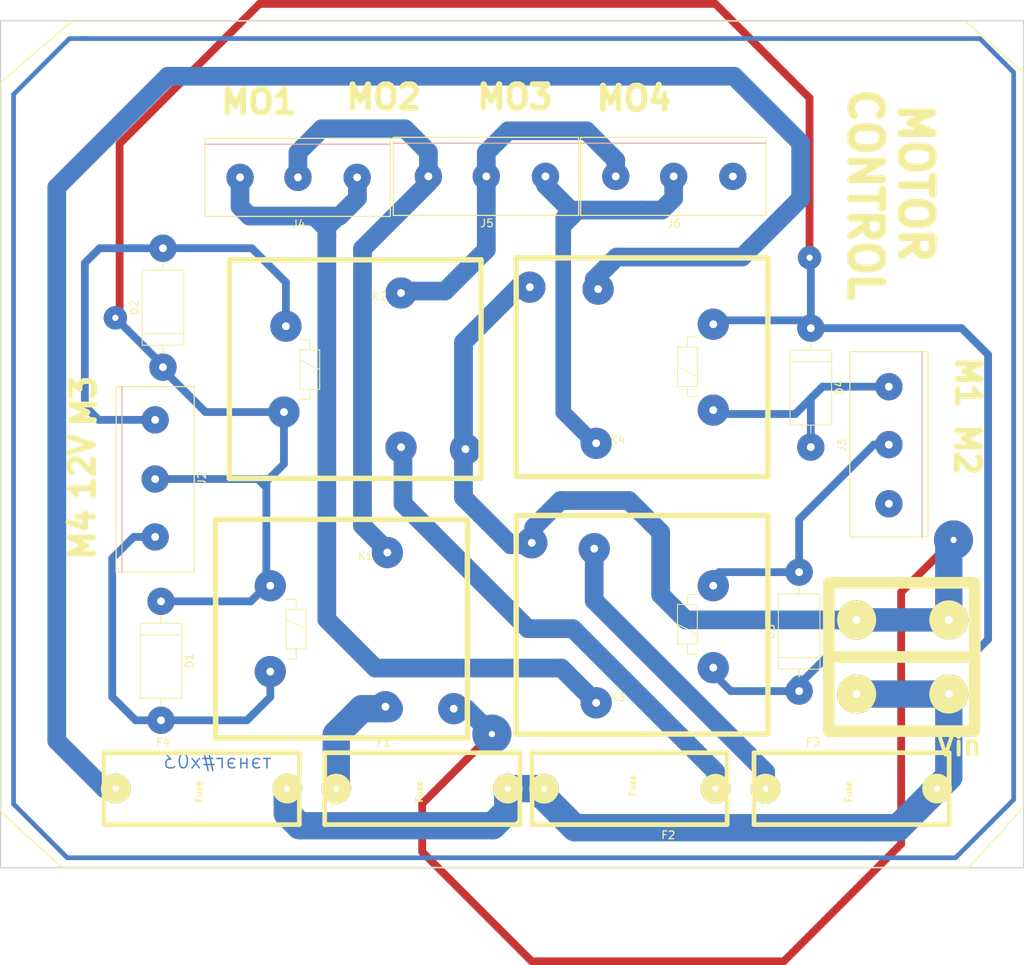
<source format=kicad_pcb>
(kicad_pcb (version 20171130) (host pcbnew "(5.0.2)-1")

  (general
    (thickness 1.6)
    (drawings 28)
    (tracks 194)
    (zones 0)
    (modules 18)
    (nets 16)
  )

  (page A4)
  (layers
    (0 F.Cu signal)
    (31 B.Cu signal)
    (32 B.Adhes user)
    (33 F.Adhes user)
    (34 B.Paste user)
    (35 F.Paste user)
    (36 B.SilkS user)
    (37 F.SilkS user)
    (38 B.Mask user)
    (39 F.Mask user)
    (40 Dwgs.User user)
    (41 Cmts.User user)
    (42 Eco1.User user)
    (43 Eco2.User user)
    (44 Edge.Cuts user)
    (45 Margin user)
    (46 B.CrtYd user)
    (47 F.CrtYd user)
    (48 B.Fab user)
    (49 F.Fab user)
  )

  (setup
    (last_trace_width 0.6)
    (user_trace_width 0.6)
    (user_trace_width 1)
    (user_trace_width 2)
    (user_trace_width 2.4)
    (user_trace_width 2.6)
    (user_trace_width 3)
    (user_trace_width 3.5)
    (user_trace_width 4)
    (trace_clearance 0.7)
    (zone_clearance 0.8)
    (zone_45_only no)
    (trace_min 0.2)
    (segment_width 0.2)
    (edge_width 0.15)
    (via_size 0.8)
    (via_drill 0.4)
    (via_min_size 0.4)
    (via_min_drill 0.3)
    (user_via 2 0.8)
    (user_via 3 0.8)
    (user_via 4 0.8)
    (user_via 5 0.8)
    (user_via 6 0.8)
    (uvia_size 0.3)
    (uvia_drill 0.1)
    (uvias_allowed no)
    (uvia_min_size 0.2)
    (uvia_min_drill 0.1)
    (pcb_text_width 0.3)
    (pcb_text_size 1.5 1.5)
    (mod_edge_width 0.15)
    (mod_text_size 1 1)
    (mod_text_width 0.15)
    (pad_size 3.5 3.5)
    (pad_drill 1)
    (pad_to_mask_clearance 0.051)
    (solder_mask_min_width 0.25)
    (aux_axis_origin 0 0)
    (visible_elements 7FFFFFFF)
    (pcbplotparams
      (layerselection 0x010fc_ffffffff)
      (usegerberextensions false)
      (usegerberattributes false)
      (usegerberadvancedattributes false)
      (creategerberjobfile false)
      (excludeedgelayer true)
      (linewidth 0.100000)
      (plotframeref false)
      (viasonmask false)
      (mode 1)
      (useauxorigin false)
      (hpglpennumber 1)
      (hpglpenspeed 20)
      (hpglpendiameter 15.000000)
      (psnegative false)
      (psa4output false)
      (plotreference true)
      (plotvalue true)
      (plotinvisibletext false)
      (padsonsilk false)
      (subtractmaskfromsilk false)
      (outputformat 1)
      (mirror false)
      (drillshape 1)
      (scaleselection 1)
      (outputdirectory ""))
  )

  (net 0 "")
  (net 1 +12V)
  (net 2 "Net-(F1-Pad2)")
  (net 3 "Net-(F2-Pad2)")
  (net 4 "Net-(F3-Pad2)")
  (net 5 "Net-(F4-Pad2)")
  (net 6 GND)
  (net 7 /o1)
  (net 8 /o4)
  (net 9 /o3)
  (net 10 /o2)
  (net 11 /m1)
  (net 12 /1)
  (net 13 /m3)
  (net 14 /m2)
  (net 15 /m4)

  (net_class Default "This is the default net class."
    (clearance 0.7)
    (trace_width 0.25)
    (via_dia 0.8)
    (via_drill 0.4)
    (uvia_dia 0.3)
    (uvia_drill 0.1)
    (add_net +12V)
    (add_net /1)
    (add_net /m1)
    (add_net /m2)
    (add_net /m3)
    (add_net /m4)
    (add_net /o1)
    (add_net /o2)
    (add_net /o3)
    (add_net /o4)
    (add_net GND)
    (add_net "Net-(F1-Pad2)")
    (add_net "Net-(F2-Pad2)")
    (add_net "Net-(F3-Pad2)")
    (add_net "Net-(F4-Pad2)")
  )

  (module modFiles:Relay_HLS_MEDIUM (layer F.Cu) (tedit 5C5AEF7E) (tstamp 5C62051F)
    (at 65.25 101)
    (descr "Relay SPDT Finder 40.31 Pitch 3.5mm, https://www.finder-relais.net/de/finder-relais-serie-40.pdf")
    (tags "Relay SPDT Finder 40.31 Pitch 3.5mm")
    (path /5C516681)
    (fp_text reference K1 (at 3.47 -9.06) (layer F.SilkS)
      (effects (font (size 1 1) (thickness 0.15)))
    )
    (fp_text value DIPxx-1Cxx-51x (at 1.692 6.18) (layer F.Fab)
      (effects (font (size 1 1) (thickness 0.15)))
    )
    (fp_line (start -6.71 -2.23) (end -5.44 -2.23) (layer F.SilkS) (width 0.12))
    (fp_line (start -6.71 2.85) (end -6.71 -2.23) (layer F.SilkS) (width 0.12))
    (fp_line (start -4.17 2.85) (end -6.71 2.85) (layer F.SilkS) (width 0.12))
    (fp_line (start -4.17 -2.23) (end -4.17 2.85) (layer F.SilkS) (width 0.12))
    (fp_line (start -5.44 -2.23) (end -4.17 -2.23) (layer F.SilkS) (width 0.12))
    (fp_line (start -5.44 -3.5) (end -5.44 -2.23) (layer F.SilkS) (width 0.12))
    (fp_line (start -6.71 -3.5) (end -5.44 -3.5) (layer F.SilkS) (width 0.12))
    (fp_line (start -5.44 4.12) (end -6.71 4.12) (layer F.SilkS) (width 0.12))
    (fp_line (start -5.44 2.85) (end -5.44 4.12) (layer F.SilkS) (width 0.12))
    (fp_line (start -6.71 -0.96) (end -4.17 0.31) (layer F.SilkS) (width 0.12))
    (fp_line (start -15.75 -13.75) (end -15.5 -13.75) (layer F.SilkS) (width 0.15))
    (fp_line (start -15.75 14.25) (end -15.75 -13.75) (layer F.SilkS) (width 0.15))
    (fp_line (start 16.5 14.25) (end -15.75 14.25) (layer F.SilkS) (width 0.15))
    (fp_line (start 16.5 -13.75) (end 16.5 14.25) (layer F.SilkS) (width 0.15))
    (fp_line (start -15.5 -13.75) (end 16.5 -13.75) (layer F.SilkS) (width 0.7))
    (fp_line (start -15.75 -13.75) (end -15 -13.75) (layer F.SilkS) (width 0.7))
    (fp_line (start -15.75 14.25) (end -15.75 -13.75) (layer F.SilkS) (width 0.7))
    (fp_line (start 16.5 14.25) (end -15.75 14.25) (layer F.SilkS) (width 0.7))
    (fp_line (start 16.5 14) (end 16.5 14.25) (layer F.SilkS) (width 0.7))
    (fp_line (start 16.5 -13.75) (end 16.5 14) (layer F.SilkS) (width 0.7))
    (pad 1 thru_hole circle (at 6 10.25) (size 4 4) (drill 1) (layers *.Cu *.Mask)
      (net 2 "Net-(F1-Pad2)"))
    (pad 14 thru_hole circle (at 14.75 10.5) (size 4 4) (drill 1) (layers *.Cu *.Mask)
      (net 6 GND))
    (pad 7 thru_hole circle (at 6.25 -9.5) (size 4 4) (drill 1) (layers *.Cu *.Mask)
      (net 7 /o1))
    (pad 6 thru_hole circle (at -8.75 5.75) (size 4 4) (drill 1) (layers *.Cu *.Mask)
      (net 15 /m4))
    (pad 2 thru_hole circle (at -8.75 -5.25) (size 4 4) (drill 1) (layers *.Cu *.Mask)
      (net 12 /1))
    (model ${KISYS3DMOD}/Relays_THT.3dshapes/Relay_SPDT_Finder_40.31.wrl
      (at (xyz 0 0 0))
      (scale (xyz 1 1 1))
      (rotate (xyz 0 0 0))
    )
  )

  (module modFiles:Relay_HLS_MEDIUM (layer F.Cu) (tedit 5C5AEF2F) (tstamp 5C62053B)
    (at 104.5 101 180)
    (descr "Relay SPDT Finder 40.31 Pitch 3.5mm, https://www.finder-relais.net/de/finder-relais-serie-40.pdf")
    (tags "Relay SPDT Finder 40.31 Pitch 3.5mm")
    (path /5C516E24)
    (fp_text reference K3 (at 3.47 -9.06 180) (layer F.SilkS)
      (effects (font (size 1 1) (thickness 0.15)))
    )
    (fp_text value DIPxx-1Cxx-51x (at 1.692 6.18 180) (layer F.Fab)
      (effects (font (size 1 1) (thickness 0.15)))
    )
    (fp_line (start -6.71 -2.23) (end -5.44 -2.23) (layer F.SilkS) (width 0.12))
    (fp_line (start -6.71 2.85) (end -6.71 -2.23) (layer F.SilkS) (width 0.12))
    (fp_line (start -4.17 2.85) (end -6.71 2.85) (layer F.SilkS) (width 0.12))
    (fp_line (start -4.17 -2.23) (end -4.17 2.85) (layer F.SilkS) (width 0.12))
    (fp_line (start -5.44 -2.23) (end -4.17 -2.23) (layer F.SilkS) (width 0.12))
    (fp_line (start -5.44 -3.5) (end -5.44 -2.23) (layer F.SilkS) (width 0.12))
    (fp_line (start -6.71 -3.5) (end -5.44 -3.5) (layer F.SilkS) (width 0.12))
    (fp_line (start -5.44 4.12) (end -6.71 4.12) (layer F.SilkS) (width 0.12))
    (fp_line (start -5.44 2.85) (end -5.44 4.12) (layer F.SilkS) (width 0.12))
    (fp_line (start -6.71 -0.96) (end -4.17 0.31) (layer F.SilkS) (width 0.12))
    (fp_line (start -15.75 -13.75) (end -15.5 -13.75) (layer F.SilkS) (width 0.15))
    (fp_line (start -15.75 14.25) (end -15.75 -13.75) (layer F.SilkS) (width 0.15))
    (fp_line (start 16.5 14.25) (end -15.75 14.25) (layer F.SilkS) (width 0.15))
    (fp_line (start 16.5 -13.75) (end 16.5 14.25) (layer F.SilkS) (width 0.15))
    (fp_line (start -15.5 -13.75) (end 16.5 -13.75) (layer F.SilkS) (width 0.7))
    (fp_line (start -15.75 -13.75) (end -15 -13.75) (layer F.SilkS) (width 0.7))
    (fp_line (start -15.75 14.25) (end -15.75 -13.75) (layer F.SilkS) (width 0.7))
    (fp_line (start 16.5 14.25) (end -15.75 14.25) (layer F.SilkS) (width 0.7))
    (fp_line (start 16.5 14) (end 16.5 14.25) (layer F.SilkS) (width 0.7))
    (fp_line (start 16.5 -13.75) (end 16.5 14) (layer F.SilkS) (width 0.7))
    (pad 1 thru_hole circle (at 6.5 10 180) (size 4 4) (drill 1) (layers *.Cu *.Mask)
      (net 4 "Net-(F3-Pad2)"))
    (pad 14 thru_hole circle (at 14.5 10.75 180) (size 4 4) (drill 1) (layers *.Cu *.Mask)
      (net 6 GND))
    (pad 7 thru_hole circle (at 6.25 -9.75 180) (size 4 4) (drill 1) (layers *.Cu *.Mask)
      (net 10 /o2))
    (pad 6 thru_hole circle (at -8.75 5.25 180) (size 4 4) (drill 1) (layers *.Cu *.Mask)
      (net 14 /m2))
    (pad 2 thru_hole circle (at -8.75 -5.25 180) (size 4 4) (drill 1) (layers *.Cu *.Mask)
      (net 12 /1))
    (model ${KISYS3DMOD}/Relays_THT.3dshapes/Relay_SPDT_Finder_40.31.wrl
      (at (xyz 0 0 0))
      (scale (xyz 1 1 1))
      (rotate (xyz 0 0 0))
    )
  )

  (module modFiles:Relay_HLS_MEDIUM (layer F.Cu) (tedit 5C5AEECB) (tstamp 5C620557)
    (at 104.5 68 180)
    (descr "Relay SPDT Finder 40.31 Pitch 3.5mm, https://www.finder-relais.net/de/finder-relais-serie-40.pdf")
    (tags "Relay SPDT Finder 40.31 Pitch 3.5mm")
    (path /5C5173DD)
    (fp_text reference K4 (at 3.47 -9.06 180) (layer F.SilkS)
      (effects (font (size 1 1) (thickness 0.15)))
    )
    (fp_text value DIPxx-1Cxx-51x (at 1.692 6.18 180) (layer F.Fab)
      (effects (font (size 1 1) (thickness 0.15)))
    )
    (fp_line (start 16.5 -13.75) (end 16.5 14) (layer F.SilkS) (width 0.7))
    (fp_line (start 16.5 14) (end 16.5 14.25) (layer F.SilkS) (width 0.7))
    (fp_line (start 16.5 14.25) (end -15.75 14.25) (layer F.SilkS) (width 0.7))
    (fp_line (start -15.75 14.25) (end -15.75 -13.75) (layer F.SilkS) (width 0.7))
    (fp_line (start -15.75 -13.75) (end -15 -13.75) (layer F.SilkS) (width 0.7))
    (fp_line (start -15.5 -13.75) (end 16.5 -13.75) (layer F.SilkS) (width 0.7))
    (fp_line (start 16.5 -13.75) (end 16.5 14.25) (layer F.SilkS) (width 0.15))
    (fp_line (start 16.5 14.25) (end -15.75 14.25) (layer F.SilkS) (width 0.15))
    (fp_line (start -15.75 14.25) (end -15.75 -13.75) (layer F.SilkS) (width 0.15))
    (fp_line (start -15.75 -13.75) (end -15.5 -13.75) (layer F.SilkS) (width 0.15))
    (fp_line (start -6.71 -0.96) (end -4.17 0.31) (layer F.SilkS) (width 0.12))
    (fp_line (start -5.44 2.85) (end -5.44 4.12) (layer F.SilkS) (width 0.12))
    (fp_line (start -5.44 4.12) (end -6.71 4.12) (layer F.SilkS) (width 0.12))
    (fp_line (start -6.71 -3.5) (end -5.44 -3.5) (layer F.SilkS) (width 0.12))
    (fp_line (start -5.44 -3.5) (end -5.44 -2.23) (layer F.SilkS) (width 0.12))
    (fp_line (start -5.44 -2.23) (end -4.17 -2.23) (layer F.SilkS) (width 0.12))
    (fp_line (start -4.17 -2.23) (end -4.17 2.85) (layer F.SilkS) (width 0.12))
    (fp_line (start -4.17 2.85) (end -6.71 2.85) (layer F.SilkS) (width 0.12))
    (fp_line (start -6.71 2.85) (end -6.71 -2.23) (layer F.SilkS) (width 0.12))
    (fp_line (start -6.71 -2.23) (end -5.44 -2.23) (layer F.SilkS) (width 0.12))
    (pad 2 thru_hole circle (at -8.75 -5.25 180) (size 4 4) (drill 1) (layers *.Cu *.Mask)
      (net 11 /m1))
    (pad 6 thru_hole circle (at -8.75 5.75 180) (size 4 4) (drill 1) (layers *.Cu *.Mask)
      (net 12 /1))
    (pad 7 thru_hole circle (at 6.25 -9.5 180) (size 4 4) (drill 1) (layers *.Cu *.Mask)
      (net 9 /o3))
    (pad 14 thru_hole circle (at 14.75 10.5 180) (size 4 4) (drill 1) (layers *.Cu *.Mask)
      (net 6 GND))
    (pad 1 thru_hole circle (at 6 10.25 180) (size 4 4) (drill 1) (layers *.Cu *.Mask)
      (net 5 "Net-(F4-Pad2)"))
    (model ${KISYS3DMOD}/Relays_THT.3dshapes/Relay_SPDT_Finder_40.31.wrl
      (at (xyz 0 0 0))
      (scale (xyz 1 1 1))
      (rotate (xyz 0 0 0))
    )
  )

  (module modFiles:Relay_HLS_MEDIUM (layer F.Cu) (tedit 5C5AED48) (tstamp 5C59CDFF)
    (at 67 67.75)
    (descr "Relay SPDT Finder 40.31 Pitch 3.5mm, https://www.finder-relais.net/de/finder-relais-serie-40.pdf")
    (tags "Relay SPDT Finder 40.31 Pitch 3.5mm")
    (path /5C516AC7)
    (fp_text reference K2 (at 3.47 -9.06) (layer F.SilkS)
      (effects (font (size 1 1) (thickness 0.15)))
    )
    (fp_text value DIPxx-1Cxx-51x (at 1.692 6.18) (layer F.Fab)
      (effects (font (size 1 1) (thickness 0.15)))
    )
    (fp_line (start -6.71 -2.23) (end -5.44 -2.23) (layer F.SilkS) (width 0.12))
    (fp_line (start -6.71 2.85) (end -6.71 -2.23) (layer F.SilkS) (width 0.12))
    (fp_line (start -4.17 2.85) (end -6.71 2.85) (layer F.SilkS) (width 0.12))
    (fp_line (start -4.17 -2.23) (end -4.17 2.85) (layer F.SilkS) (width 0.12))
    (fp_line (start -5.44 -2.23) (end -4.17 -2.23) (layer F.SilkS) (width 0.12))
    (fp_line (start -5.44 -3.5) (end -5.44 -2.23) (layer F.SilkS) (width 0.12))
    (fp_line (start -6.71 -3.5) (end -5.44 -3.5) (layer F.SilkS) (width 0.12))
    (fp_line (start -5.44 4.12) (end -6.71 4.12) (layer F.SilkS) (width 0.12))
    (fp_line (start -5.44 2.85) (end -5.44 4.12) (layer F.SilkS) (width 0.12))
    (fp_line (start -6.71 -0.96) (end -4.17 0.31) (layer F.SilkS) (width 0.12))
    (fp_line (start -15.75 -13.75) (end -15.5 -13.75) (layer F.SilkS) (width 0.15))
    (fp_line (start -15.75 14.25) (end -15.75 -13.75) (layer F.SilkS) (width 0.15))
    (fp_line (start 16.5 14.25) (end -15.75 14.25) (layer F.SilkS) (width 0.15))
    (fp_line (start 16.5 -13.75) (end 16.5 14.25) (layer F.SilkS) (width 0.15))
    (fp_line (start -15.5 -13.75) (end 16.5 -13.75) (layer F.SilkS) (width 0.7))
    (fp_line (start -15.75 -13.75) (end -15 -13.75) (layer F.SilkS) (width 0.7))
    (fp_line (start -15.75 14.25) (end -15.75 -13.75) (layer F.SilkS) (width 0.7))
    (fp_line (start 16.5 14.25) (end -15.75 14.25) (layer F.SilkS) (width 0.7))
    (fp_line (start 16.5 14) (end 16.5 14.25) (layer F.SilkS) (width 0.7))
    (fp_line (start 16.5 -13.75) (end 16.5 14) (layer F.SilkS) (width 0.7))
    (pad 1 thru_hole circle (at 6.25 10.25) (size 4 4) (drill 1) (layers *.Cu *.Mask)
      (net 3 "Net-(F2-Pad2)"))
    (pad 14 thru_hole circle (at 14.5 10.5) (size 4 4) (drill 1) (layers *.Cu *.Mask)
      (net 6 GND))
    (pad 7 thru_hole circle (at 6.25 -9.5) (size 4 4) (drill 1) (layers *.Cu *.Mask)
      (net 8 /o4))
    (pad 6 thru_hole circle (at -8.75 5.75) (size 4 4) (drill 1) (layers *.Cu *.Mask)
      (net 12 /1))
    (pad 2 thru_hole circle (at -8.5 -5.25) (size 4 4) (drill 1) (layers *.Cu *.Mask)
      (net 13 /m3))
    (model ${KISYS3DMOD}/Relays_THT.3dshapes/Relay_SPDT_Finder_40.31.wrl
      (at (xyz 0 0 0))
      (scale (xyz 1 1 1))
      (rotate (xyz 0 0 0))
    )
  )

  (module modFiles:Large_Connector_Bornier_3 (layer F.Cu) (tedit 5C4B2E1F) (tstamp 5C5AD238)
    (at 41.75 77 270)
    (descr "Bornier d'alimentation 3 pins")
    (tags DEV)
    (path /5C52560F)
    (fp_text reference J2 (at 5 -6 270) (layer F.SilkS)
      (effects (font (size 1 1) (thickness 0.15)))
    )
    (fp_text value Conn_01x03 (at 5 6.5 270) (layer F.Fab)
      (effects (font (size 1 1) (thickness 0.15)))
    )
    (fp_line (start -6.75 -5) (end 17 -5) (layer F.SilkS) (width 0.15))
    (fp_line (start -6.75 5) (end -6.75 -5) (layer F.SilkS) (width 0.15))
    (fp_line (start 17 5) (end -6.75 5) (layer F.SilkS) (width 0.15))
    (fp_line (start 17 -5) (end 17 5) (layer F.SilkS) (width 0.15))
    (fp_line (start -6.75 4.25) (end 17 4.25) (layer B.SilkS) (width 0.15))
    (pad 1 thru_hole circle (at -2.5 0 270) (size 3.5 3.5) (drill 1) (layers *.Cu *.Mask)
      (net 13 /m3))
    (pad 2 thru_hole circle (at 5.08 0 270) (size 3.5 3.5) (drill 1) (layers *.Cu *.Mask)
      (net 12 /1))
    (pad 3 thru_hole circle (at 12.5 0 270) (size 3.5 3.5) (drill 1) (layers *.Cu *.Mask)
      (net 15 /m4))
    (model _3D/Used/bornier3.wrl
      (offset (xyz 5.079999923706055 0 0))
      (scale (xyz 1 1 1))
      (rotate (xyz 0 0 0))
    )
  )

  (module modFiles:Large_Connector_Bornier_3 (layer F.Cu) (tedit 5C4B2E1F) (tstamp 5C5AD24E)
    (at 65.1256 43.434 180)
    (descr "Bornier d'alimentation 3 pins")
    (tags DEV)
    (path /5C52711B)
    (fp_text reference J4 (at 5 -6 180) (layer F.SilkS)
      (effects (font (size 1 1) (thickness 0.15)))
    )
    (fp_text value Conn_01x03 (at 5 6.5 180) (layer F.Fab)
      (effects (font (size 1 1) (thickness 0.15)))
    )
    (fp_line (start -6.75 4.25) (end 17 4.25) (layer B.SilkS) (width 0.15))
    (fp_line (start 17 -5) (end 17 5) (layer F.SilkS) (width 0.15))
    (fp_line (start 17 5) (end -6.75 5) (layer F.SilkS) (width 0.15))
    (fp_line (start -6.75 5) (end -6.75 -5) (layer F.SilkS) (width 0.15))
    (fp_line (start -6.75 -5) (end 17 -5) (layer F.SilkS) (width 0.15))
    (pad 3 thru_hole circle (at 12.5 0 180) (size 3.5 3.5) (drill 1) (layers *.Cu *.Mask)
      (net 10 /o2))
    (pad 2 thru_hole circle (at 5.08 0 180) (size 3.5 3.5) (drill 1) (layers *.Cu *.Mask)
      (net 7 /o1))
    (pad 1 thru_hole circle (at -2.5 0 180) (size 3.5 3.5) (drill 1) (layers *.Cu *.Mask)
      (net 10 /o2))
    (model _3D/Used/bornier3.wrl
      (offset (xyz 5.079999923706055 0 0))
      (scale (xyz 1 1 1))
      (rotate (xyz 0 0 0))
    )
  )

  (module modFiles:Large_Connector_Bornier_3 (layer F.Cu) (tedit 5C4B2E1F) (tstamp 5C5AD259)
    (at 89.2556 43.307 180)
    (descr "Bornier d'alimentation 3 pins")
    (tags DEV)
    (path /5C527247)
    (fp_text reference J5 (at 5 -6 180) (layer F.SilkS)
      (effects (font (size 1 1) (thickness 0.15)))
    )
    (fp_text value Conn_01x03 (at 5 6.5 180) (layer F.Fab)
      (effects (font (size 1 1) (thickness 0.15)))
    )
    (fp_line (start -6.75 -5) (end 17 -5) (layer F.SilkS) (width 0.15))
    (fp_line (start -6.75 5) (end -6.75 -5) (layer F.SilkS) (width 0.15))
    (fp_line (start 17 5) (end -6.75 5) (layer F.SilkS) (width 0.15))
    (fp_line (start 17 -5) (end 17 5) (layer F.SilkS) (width 0.15))
    (fp_line (start -6.75 4.25) (end 17 4.25) (layer B.SilkS) (width 0.15))
    (pad 1 thru_hole circle (at -2.5 0 180) (size 3.5 3.5) (drill 1) (layers *.Cu *.Mask)
      (net 9 /o3))
    (pad 2 thru_hole circle (at 5.08 0 180) (size 3.5 3.5) (drill 1) (layers *.Cu *.Mask)
      (net 8 /o4))
    (pad 3 thru_hole circle (at 12.5 0 180) (size 3.5 3.5) (drill 1) (layers *.Cu *.Mask)
      (net 7 /o1))
    (model _3D/Used/bornier3.wrl
      (offset (xyz 5.079999923706055 0 0))
      (scale (xyz 1 1 1))
      (rotate (xyz 0 0 0))
    )
  )

  (module modFiles:Diode_Medium (layer F.Cu) (tedit 5C51EFD1) (tstamp 5C59C848)
    (at 42.5 97.75 270)
    (descr "D, DO-201AD series, Axial, Horizontal, pin pitch=15.24mm, , length*diameter=9.5*5.2mm^2, , http://www.diodes.com/_files/packages/DO-201AD.pdf")
    (tags "D DO-201AD series Axial Horizontal pin pitch 15.24mm  length 9.5mm diameter 5.2mm")
    (path /5C53297F)
    (fp_text reference D1 (at 7.62 -3.66 270) (layer F.SilkS)
      (effects (font (size 1 1) (thickness 0.15)))
    )
    (fp_text value DIODE (at 7.62 3.66 270) (layer F.Fab) hide
      (effects (font (size 1 1) (thickness 0.15)))
    )
    (fp_line (start 2.87 -2.6) (end 2.87 2.6) (layer F.Fab) (width 0.1))
    (fp_line (start 2.87 2.6) (end 12.37 2.6) (layer F.Fab) (width 0.1))
    (fp_line (start 12.37 2.6) (end 12.37 -2.6) (layer F.Fab) (width 0.1))
    (fp_line (start 12.37 -2.6) (end 2.87 -2.6) (layer F.Fab) (width 0.1))
    (fp_line (start 0 0) (end 2.87 0) (layer F.Fab) (width 0.1))
    (fp_line (start 15.24 0) (end 12.37 0) (layer F.Fab) (width 0.1))
    (fp_line (start 4.295 -2.6) (end 4.295 2.6) (layer F.Fab) (width 0.1))
    (fp_line (start 2.81 -2.66) (end 2.81 2.66) (layer F.SilkS) (width 0.12))
    (fp_line (start 2.81 2.66) (end 12.43 2.66) (layer F.SilkS) (width 0.12))
    (fp_line (start 12.43 2.66) (end 12.43 -2.66) (layer F.SilkS) (width 0.12))
    (fp_line (start 12.43 -2.66) (end 2.81 -2.66) (layer F.SilkS) (width 0.12))
    (fp_line (start 1.78 0) (end 2.81 0) (layer F.SilkS) (width 0.12))
    (fp_line (start 13.46 0) (end 12.43 0) (layer F.SilkS) (width 0.12))
    (fp_line (start 4.295 -2.66) (end 4.295 2.66) (layer F.SilkS) (width 0.12))
    (fp_line (start -1.85 -2.95) (end -1.85 2.95) (layer F.CrtYd) (width 0.05))
    (fp_line (start -1.85 2.95) (end 17.1 2.95) (layer F.CrtYd) (width 0.05))
    (fp_line (start 17.1 2.95) (end 17.1 -2.95) (layer F.CrtYd) (width 0.05))
    (fp_line (start 17.1 -2.95) (end -1.85 -2.95) (layer F.CrtYd) (width 0.05))
    (pad 2 thru_hole oval (at 0 0 270) (size 3.5 3.5) (drill 1) (layers *.Cu *.Mask)
      (net 12 /1))
    (pad 1 thru_hole oval (at 15.24 0 270) (size 3.5 3.5) (drill 1) (layers *.Cu *.Mask)
      (net 15 /m4))
    (model _3D/Used/D_DO-15_P10.16mm_Horizontal.wrl
      (at (xyz 0 0 0))
      (scale (xyz 0.6 0.6 0.6))
      (rotate (xyz 0 0 0))
    )
  )

  (module modFiles:Diode_Medium (layer F.Cu) (tedit 5C51EFB3) (tstamp 5C59C878)
    (at 124.25 109.25 90)
    (descr "D, DO-201AD series, Axial, Horizontal, pin pitch=15.24mm, , length*diameter=9.5*5.2mm^2, , http://www.diodes.com/_files/packages/DO-201AD.pdf")
    (tags "D DO-201AD series Axial Horizontal pin pitch 15.24mm  length 9.5mm diameter 5.2mm")
    (path /5C51FE3A)
    (fp_text reference D3 (at 7.62 -3.66 90) (layer F.SilkS)
      (effects (font (size 1 1) (thickness 0.15)))
    )
    (fp_text value DIODE (at 7.62 3.66 90) (layer F.Fab) hide
      (effects (font (size 1 1) (thickness 0.15)))
    )
    (fp_line (start 17.1 -2.95) (end -1.85 -2.95) (layer F.CrtYd) (width 0.05))
    (fp_line (start 17.1 2.95) (end 17.1 -2.95) (layer F.CrtYd) (width 0.05))
    (fp_line (start -1.85 2.95) (end 17.1 2.95) (layer F.CrtYd) (width 0.05))
    (fp_line (start -1.85 -2.95) (end -1.85 2.95) (layer F.CrtYd) (width 0.05))
    (fp_line (start 4.295 -2.66) (end 4.295 2.66) (layer F.SilkS) (width 0.12))
    (fp_line (start 13.46 0) (end 12.43 0) (layer F.SilkS) (width 0.12))
    (fp_line (start 1.78 0) (end 2.81 0) (layer F.SilkS) (width 0.12))
    (fp_line (start 12.43 -2.66) (end 2.81 -2.66) (layer F.SilkS) (width 0.12))
    (fp_line (start 12.43 2.66) (end 12.43 -2.66) (layer F.SilkS) (width 0.12))
    (fp_line (start 2.81 2.66) (end 12.43 2.66) (layer F.SilkS) (width 0.12))
    (fp_line (start 2.81 -2.66) (end 2.81 2.66) (layer F.SilkS) (width 0.12))
    (fp_line (start 4.295 -2.6) (end 4.295 2.6) (layer F.Fab) (width 0.1))
    (fp_line (start 15.24 0) (end 12.37 0) (layer F.Fab) (width 0.1))
    (fp_line (start 0 0) (end 2.87 0) (layer F.Fab) (width 0.1))
    (fp_line (start 12.37 -2.6) (end 2.87 -2.6) (layer F.Fab) (width 0.1))
    (fp_line (start 12.37 2.6) (end 12.37 -2.6) (layer F.Fab) (width 0.1))
    (fp_line (start 2.87 2.6) (end 12.37 2.6) (layer F.Fab) (width 0.1))
    (fp_line (start 2.87 -2.6) (end 2.87 2.6) (layer F.Fab) (width 0.1))
    (pad 1 thru_hole oval (at 15.24 0 90) (size 3.5 3.5) (drill 1) (layers *.Cu *.Mask)
      (net 14 /m2))
    (pad 2 thru_hole oval (at 0 0 90) (size 3.5 3.5) (drill 1) (layers *.Cu *.Mask)
      (net 12 /1))
    (model _3D/Used/D_DO-15_P10.16mm_Horizontal.wrl
      (at (xyz 0 0 0))
      (scale (xyz 0.6 0.6 0.6))
      (rotate (xyz 0 0 0))
    )
  )

  (module modFiles:Diode_Medium (layer F.Cu) (tedit 5C51EF8D) (tstamp 5C59C890)
    (at 125.75 62.75 270)
    (descr "D, DO-201AD series, Axial, Horizontal, pin pitch=15.24mm, , length*diameter=9.5*5.2mm^2, , http://www.diodes.com/_files/packages/DO-201AD.pdf")
    (tags "D DO-201AD series Axial Horizontal pin pitch 15.24mm  length 9.5mm diameter 5.2mm")
    (path /5C540570)
    (fp_text reference D4 (at 7.62 -3.66 270) (layer F.SilkS)
      (effects (font (size 1 1) (thickness 0.15)))
    )
    (fp_text value DIODE (at 7.62 3.66 270) (layer F.Fab) hide
      (effects (font (size 1 1) (thickness 0.15)))
    )
    (fp_line (start 2.87 -2.6) (end 2.87 2.6) (layer F.Fab) (width 0.1))
    (fp_line (start 2.87 2.6) (end 12.37 2.6) (layer F.Fab) (width 0.1))
    (fp_line (start 12.37 2.6) (end 12.37 -2.6) (layer F.Fab) (width 0.1))
    (fp_line (start 12.37 -2.6) (end 2.87 -2.6) (layer F.Fab) (width 0.1))
    (fp_line (start 0 0) (end 2.87 0) (layer F.Fab) (width 0.1))
    (fp_line (start 15.24 0) (end 12.37 0) (layer F.Fab) (width 0.1))
    (fp_line (start 4.295 -2.6) (end 4.295 2.6) (layer F.Fab) (width 0.1))
    (fp_line (start 2.81 -2.66) (end 2.81 2.66) (layer F.SilkS) (width 0.12))
    (fp_line (start 2.81 2.66) (end 12.43 2.66) (layer F.SilkS) (width 0.12))
    (fp_line (start 12.43 2.66) (end 12.43 -2.66) (layer F.SilkS) (width 0.12))
    (fp_line (start 12.43 -2.66) (end 2.81 -2.66) (layer F.SilkS) (width 0.12))
    (fp_line (start 1.78 0) (end 2.81 0) (layer F.SilkS) (width 0.12))
    (fp_line (start 13.46 0) (end 12.43 0) (layer F.SilkS) (width 0.12))
    (fp_line (start 4.295 -2.66) (end 4.295 2.66) (layer F.SilkS) (width 0.12))
    (fp_line (start -1.85 -2.95) (end -1.85 2.95) (layer F.CrtYd) (width 0.05))
    (fp_line (start -1.85 2.95) (end 17.1 2.95) (layer F.CrtYd) (width 0.05))
    (fp_line (start 17.1 2.95) (end 17.1 -2.95) (layer F.CrtYd) (width 0.05))
    (fp_line (start 17.1 -2.95) (end -1.85 -2.95) (layer F.CrtYd) (width 0.05))
    (pad 2 thru_hole oval (at 0 0 270) (size 3.5 3.5) (drill 1) (layers *.Cu *.Mask)
      (net 12 /1))
    (pad 1 thru_hole oval (at 15.24 0 270) (size 3.5 3.5) (drill 1) (layers *.Cu *.Mask)
      (net 11 /m1))
    (model _3D/Used/D_DO-15_P10.16mm_Horizontal.wrl
      (at (xyz 0 0 0))
      (scale (xyz 0.6 0.6 0.6))
      (rotate (xyz 0 0 0))
    )
  )

  (module modFiles:Diode_Medium (layer F.Cu) (tedit 5C51EEFA) (tstamp 5C59C860)
    (at 42.75 67.75 90)
    (descr "D, DO-201AD series, Axial, Horizontal, pin pitch=15.24mm, , length*diameter=9.5*5.2mm^2, , http://www.diodes.com/_files/packages/DO-201AD.pdf")
    (tags "D DO-201AD series Axial Horizontal pin pitch 15.24mm  length 9.5mm diameter 5.2mm")
    (path /5C538DA1)
    (fp_text reference D2 (at 7.62 -3.66 90) (layer F.SilkS)
      (effects (font (size 1 1) (thickness 0.15)))
    )
    (fp_text value DIODE (at 7.62 3.66 90) (layer F.Fab) hide
      (effects (font (size 1 1) (thickness 0.15)))
    )
    (fp_line (start 17.1 -2.95) (end -1.85 -2.95) (layer F.CrtYd) (width 0.05))
    (fp_line (start 17.1 2.95) (end 17.1 -2.95) (layer F.CrtYd) (width 0.05))
    (fp_line (start -1.85 2.95) (end 17.1 2.95) (layer F.CrtYd) (width 0.05))
    (fp_line (start -1.85 -2.95) (end -1.85 2.95) (layer F.CrtYd) (width 0.05))
    (fp_line (start 4.295 -2.66) (end 4.295 2.66) (layer F.SilkS) (width 0.12))
    (fp_line (start 13.46 0) (end 12.43 0) (layer F.SilkS) (width 0.12))
    (fp_line (start 1.78 0) (end 2.81 0) (layer F.SilkS) (width 0.12))
    (fp_line (start 12.43 -2.66) (end 2.81 -2.66) (layer F.SilkS) (width 0.12))
    (fp_line (start 12.43 2.66) (end 12.43 -2.66) (layer F.SilkS) (width 0.12))
    (fp_line (start 2.81 2.66) (end 12.43 2.66) (layer F.SilkS) (width 0.12))
    (fp_line (start 2.81 -2.66) (end 2.81 2.66) (layer F.SilkS) (width 0.12))
    (fp_line (start 4.295 -2.6) (end 4.295 2.6) (layer F.Fab) (width 0.1))
    (fp_line (start 15.24 0) (end 12.37 0) (layer F.Fab) (width 0.1))
    (fp_line (start 0 0) (end 2.87 0) (layer F.Fab) (width 0.1))
    (fp_line (start 12.37 -2.6) (end 2.87 -2.6) (layer F.Fab) (width 0.1))
    (fp_line (start 12.37 2.6) (end 12.37 -2.6) (layer F.Fab) (width 0.1))
    (fp_line (start 2.87 2.6) (end 12.37 2.6) (layer F.Fab) (width 0.1))
    (fp_line (start 2.87 -2.6) (end 2.87 2.6) (layer F.Fab) (width 0.1))
    (pad 1 thru_hole oval (at 15.24 0 90) (size 3.5 3.5) (drill 1) (layers *.Cu *.Mask)
      (net 13 /m3))
    (pad 2 thru_hole oval (at 0 0 90) (size 3.5 3.5) (drill 1) (layers *.Cu *.Mask)
      (net 12 /1))
    (model _3D/Used/D_DO-15_P10.16mm_Horizontal.wrl
      (at (xyz 0 0 0))
      (scale (xyz 0.6 0.6 0.6))
      (rotate (xyz 0 0 0))
    )
  )

  (module modFiles:Fuse_Holder (layer F.Cu) (tedit 5ADE0D9F) (tstamp 5C59C89A)
    (at 75.75 122.25)
    (path /5C52FAD2)
    (fp_text reference F1 (at -4.7371 -6.4516) (layer F.SilkS)
      (effects (font (size 1 1) (thickness 0.15)))
    )
    (fp_text value Fuse (at -0.154 -0.098 90) (layer F.SilkS)
      (effects (font (size 0.8 0.8) (thickness 0.2)))
    )
    (fp_line (start -12.2809 -5.1054) (end 12.7191 -5.1054) (layer F.SilkS) (width 0.6))
    (fp_line (start 12.7191 -5.1054) (end 12.7191 4.1046) (layer F.SilkS) (width 0.6))
    (fp_line (start 12.7191 4.1046) (end -12.2809 4.1046) (layer F.SilkS) (width 0.6))
    (fp_line (start -12.2809 4.1046) (end -12.2809 -5.1054) (layer F.SilkS) (width 0.6))
    (pad 1 thru_hole circle (at 11.176 -0.508 90) (size 3.81 3.81) (drill 0.762) (layers *.Cu *.Mask F.SilkS)
      (net 1 +12V))
    (pad 2 thru_hole circle (at -10.795 -0.508 90) (size 3.81 3.81) (drill 0.762) (layers *.Cu *.Mask F.SilkS)
      (net 2 "Net-(F1-Pad2)"))
    (model _3D/Used/fuse_cq-200c.wrl
      (offset (xyz 0 0.5079999923706054 0))
      (scale (xyz 1 1 1))
      (rotate (xyz 0 0 90))
    )
  )

  (module modFiles:Fuse_Holder (layer F.Cu) (tedit 5ADE0D9F) (tstamp 5C59C8A4)
    (at 102.75 121.25 180)
    (path /5C517D54)
    (fp_text reference F2 (at -4.7371 -6.4516 180) (layer F.SilkS)
      (effects (font (size 1 1) (thickness 0.15)))
    )
    (fp_text value Fuse (at -0.154 -0.098 270) (layer F.SilkS)
      (effects (font (size 0.8 0.8) (thickness 0.2)))
    )
    (fp_line (start -12.2809 4.1046) (end -12.2809 -5.1054) (layer F.SilkS) (width 0.6))
    (fp_line (start 12.7191 4.1046) (end -12.2809 4.1046) (layer F.SilkS) (width 0.6))
    (fp_line (start 12.7191 -5.1054) (end 12.7191 4.1046) (layer F.SilkS) (width 0.6))
    (fp_line (start -12.2809 -5.1054) (end 12.7191 -5.1054) (layer F.SilkS) (width 0.6))
    (pad 2 thru_hole circle (at -10.795 -0.508 270) (size 3.81 3.81) (drill 0.762) (layers *.Cu *.Mask F.SilkS)
      (net 3 "Net-(F2-Pad2)"))
    (pad 1 thru_hole circle (at 11.176 -0.508 270) (size 3.81 3.81) (drill 0.762) (layers *.Cu *.Mask F.SilkS)
      (net 1 +12V))
    (model _3D/Used/fuse_cq-200c.wrl
      (offset (xyz 0 0.5079999923706054 0))
      (scale (xyz 1 1 1))
      (rotate (xyz 0 0 90))
    )
  )

  (module modFiles:Fuse_Holder (layer F.Cu) (tedit 5ADE0D9F) (tstamp 5C59C8AE)
    (at 130.75 122.25)
    (path /5C518892)
    (fp_text reference F3 (at -4.7371 -6.4516) (layer F.SilkS)
      (effects (font (size 1 1) (thickness 0.15)))
    )
    (fp_text value Fuse (at -0.154 -0.098 90) (layer F.SilkS)
      (effects (font (size 0.8 0.8) (thickness 0.2)))
    )
    (fp_line (start -12.2809 -5.1054) (end 12.7191 -5.1054) (layer F.SilkS) (width 0.6))
    (fp_line (start 12.7191 -5.1054) (end 12.7191 4.1046) (layer F.SilkS) (width 0.6))
    (fp_line (start 12.7191 4.1046) (end -12.2809 4.1046) (layer F.SilkS) (width 0.6))
    (fp_line (start -12.2809 4.1046) (end -12.2809 -5.1054) (layer F.SilkS) (width 0.6))
    (pad 1 thru_hole circle (at 11.176 -0.508 90) (size 3.81 3.81) (drill 0.762) (layers *.Cu *.Mask F.SilkS)
      (net 1 +12V))
    (pad 2 thru_hole circle (at -10.795 -0.508 90) (size 3.81 3.81) (drill 0.762) (layers *.Cu *.Mask F.SilkS)
      (net 4 "Net-(F3-Pad2)"))
    (model _3D/Used/fuse_cq-200c.wrl
      (offset (xyz 0 0.5079999923706054 0))
      (scale (xyz 1 1 1))
      (rotate (xyz 0 0 90))
    )
  )

  (module modFiles:Fuse_Holder (layer F.Cu) (tedit 5ADE0D9F) (tstamp 5C59C8B8)
    (at 47.5 122.25)
    (path /5C51FCFE)
    (fp_text reference F4 (at -4.7371 -6.4516) (layer F.SilkS)
      (effects (font (size 1 1) (thickness 0.15)))
    )
    (fp_text value Fuse (at -0.154 -0.098 90) (layer F.SilkS)
      (effects (font (size 0.8 0.8) (thickness 0.2)))
    )
    (fp_line (start -12.2809 4.1046) (end -12.2809 -5.1054) (layer F.SilkS) (width 0.6))
    (fp_line (start 12.7191 4.1046) (end -12.2809 4.1046) (layer F.SilkS) (width 0.6))
    (fp_line (start 12.7191 -5.1054) (end 12.7191 4.1046) (layer F.SilkS) (width 0.6))
    (fp_line (start -12.2809 -5.1054) (end 12.7191 -5.1054) (layer F.SilkS) (width 0.6))
    (pad 2 thru_hole circle (at -10.795 -0.508 90) (size 3.81 3.81) (drill 0.762) (layers *.Cu *.Mask F.SilkS)
      (net 5 "Net-(F4-Pad2)"))
    (pad 1 thru_hole circle (at 11.176 -0.508 90) (size 3.81 3.81) (drill 0.762) (layers *.Cu *.Mask F.SilkS)
      (net 1 +12V))
    (model _3D/Used/fuse_cq-200c.wrl
      (offset (xyz 0 0.5079999923706054 0))
      (scale (xyz 1 1 1))
      (rotate (xyz 0 0 90))
    )
  )

  (module modFiles:Solar_Connector (layer F.Cu) (tedit 5C51F110) (tstamp 5C59C8C5)
    (at 138 104.75 270)
    (path /5C516435)
    (fp_text reference J1 (at -5.334 -10.2362 270) (layer F.SilkS) hide
      (effects (font (size 1 1) (thickness 0.15)))
    )
    (fp_text value Conn_01x02 (at -8.128 -10.2362 270) (layer F.SilkS) hide
      (effects (font (size 1 1) (thickness 0.15)))
    )
    (fp_line (start -9.2964 -8.763) (end 9.3 -8.763) (layer F.SilkS) (width 1.5))
    (fp_line (start 9.6274 -8.7) (end 9.6274 9.5) (layer F.SilkS) (width 1.5))
    (fp_line (start -9.3218 9.9388) (end 9.6782 9.9388) (layer F.SilkS) (width 1.5))
    (fp_line (start -9.3726 -8.5) (end -9.3726 9.6) (layer F.SilkS) (width 1.5))
    (fp_line (start 0.1274 8.9736) (end 0.1274 -8.0264) (layer F.SilkS) (width 1.5))
    (pad 1 thru_hole oval (at -4.6226 -5.4264) (size 5 5) (drill 1) (layers *.Cu *.Mask F.SilkS)
      (net 6 GND))
    (pad 2 thru_hole oval (at 4.8774 -5.4264) (size 5 5) (drill 1) (layers *.Cu *.Mask F.SilkS)
      (net 1 +12V))
    (pad 1 thru_hole oval (at -4.6226 6.3736) (size 5 5) (drill 1) (layers *.Cu *.Mask F.SilkS)
      (net 6 GND))
    (pad 2 thru_hole oval (at 4.8774 6.3736) (size 5 5) (drill 1) (layers *.Cu *.Mask F.SilkS)
      (net 1 +12V))
  )

  (module modFiles:Large_Connector_Bornier_3 (layer F.Cu) (tedit 5C4B2E1F) (tstamp 5C5AD243)
    (at 135.75 82.75 90)
    (descr "Bornier d'alimentation 3 pins")
    (tags DEV)
    (path /5C5275C0)
    (fp_text reference J3 (at 5 -6 90) (layer F.SilkS)
      (effects (font (size 1 1) (thickness 0.15)))
    )
    (fp_text value Conn_01x03 (at 5 6.5 90) (layer F.Fab)
      (effects (font (size 1 1) (thickness 0.15)))
    )
    (fp_line (start -6.75 -5) (end 17 -5) (layer F.SilkS) (width 0.15))
    (fp_line (start -6.75 5) (end -6.75 -5) (layer F.SilkS) (width 0.15))
    (fp_line (start 17 5) (end -6.75 5) (layer F.SilkS) (width 0.15))
    (fp_line (start 17 -5) (end 17 5) (layer F.SilkS) (width 0.15))
    (fp_line (start -6.75 4.25) (end 17 4.25) (layer B.SilkS) (width 0.15))
    (pad 1 thru_hole circle (at -2.5 0 90) (size 3.5 3.5) (drill 1) (layers *.Cu *.Mask))
    (pad 2 thru_hole circle (at 5.08 0 90) (size 3.5 3.5) (drill 1) (layers *.Cu *.Mask)
      (net 14 /m2))
    (pad 3 thru_hole circle (at 12.5 0 90) (size 3.5 3.5) (drill 1) (layers *.Cu *.Mask)
      (net 11 /m1))
    (model _3D/Used/bornier3.wrl
      (offset (xyz 5.079999923706055 0 0))
      (scale (xyz 1 1 1))
      (rotate (xyz 0 0 0))
    )
  )

  (module modFiles:Large_Connector_Bornier_3 (layer F.Cu) (tedit 5C4B2E1F) (tstamp 5C5AD264)
    (at 113.2586 43.307 180)
    (descr "Bornier d'alimentation 3 pins")
    (tags DEV)
    (path /5C527409)
    (fp_text reference J6 (at 5 -6 180) (layer F.SilkS)
      (effects (font (size 1 1) (thickness 0.15)))
    )
    (fp_text value Conn_01x03 (at 5 6.5 180) (layer F.Fab)
      (effects (font (size 1 1) (thickness 0.15)))
    )
    (fp_line (start -6.75 4.25) (end 17 4.25) (layer B.SilkS) (width 0.15))
    (fp_line (start 17 -5) (end 17 5) (layer F.SilkS) (width 0.15))
    (fp_line (start 17 5) (end -6.75 5) (layer F.SilkS) (width 0.15))
    (fp_line (start -6.75 5) (end -6.75 -5) (layer F.SilkS) (width 0.15))
    (fp_line (start -6.75 -5) (end 17 -5) (layer F.SilkS) (width 0.15))
    (pad 3 thru_hole circle (at 12.5 0 180) (size 3.5 3.5) (drill 1) (layers *.Cu *.Mask)
      (net 8 /o4))
    (pad 2 thru_hole circle (at 5.08 0 180) (size 3.5 3.5) (drill 1) (layers *.Cu *.Mask)
      (net 9 /o3))
    (pad 1 thru_hole circle (at -2.5 0 180) (size 3.5 3.5) (drill 1) (layers *.Cu *.Mask))
    (model _3D/Used/bornier3.wrl
      (offset (xyz 5.079999923706055 0 0))
      (scale (xyz 1 1 1))
      (rotate (xyz 0 0 0))
    )
  )

  (gr_line (start 21.971 124.7267) (end 21.971 31.1531) (angle 90) (layer F.SilkS) (width 0.2))
  (gr_line (start 29.8069 131.8514) (end 21.971 124.7267) (angle 90) (layer F.SilkS) (width 0.2))
  (gr_line (start 145.9865 131.8514) (end 29.8069 131.8514) (angle 90) (layer F.SilkS) (width 0.2))
  (gr_line (start 152.9842 124.1552) (end 145.9865 131.8514) (angle 90) (layer F.SilkS) (width 0.2))
  (gr_line (start 152.9842 29.9974) (end 152.9842 124.1552) (angle 90) (layer F.SilkS) (width 0.2))
  (gr_line (start 145.5547 23.3934) (end 152.9842 29.9974) (angle 90) (layer F.SilkS) (width 0.2))
  (gr_line (start 31.1277 23.3934) (end 145.5547 23.3934) (angle 90) (layer F.SilkS) (width 0.2))
  (gr_line (start 21.971 31.2547) (end 31.1277 23.3934) (angle 90) (layer F.SilkS) (width 0.2))
  (gr_line (start 21.9456 131.8768) (end 21.9456 23.368) (angle 90) (layer Edge.Cuts) (width 0.15))
  (gr_line (start 153.0096 131.8768) (end 21.9456 131.8768) (angle 90) (layer Edge.Cuts) (width 0.15))
  (gr_line (start 153.0096 23.368) (end 153.0096 131.8768) (angle 90) (layer Edge.Cuts) (width 0.15))
  (gr_line (start 21.9456 23.368) (end 153.0096 23.368) (angle 90) (layer Edge.Cuts) (width 0.15))
  (gr_text m3 (at 68 70) (layer B.Paste)
    (effects (font (size 5 5) (thickness 1.25)) (justify mirror))
  )
  (gr_text m4 (at 69.25 97.25) (layer B.Paste)
    (effects (font (size 5 5) (thickness 1.25)))
  )
  (gr_text m2 (at 100.75 97.75) (layer B.Paste)
    (effects (font (size 3 3) (thickness 0.75)) (justify mirror))
  )
  (gr_text m1 (at 102.5 70.5) (layer B.Paste)
    (effects (font (size 3 3) (thickness 0.75)))
  )
  (gr_text "MOTOR \nCONTROL" (at 135.9408 45.6692 270) (layer F.SilkS) (tstamp 5C5AF67D)
    (effects (font (size 4 4) (thickness 1)))
  )
  (gr_text MO4 (at 103.124 33.3375) (layer F.SilkS)
    (effects (font (size 3 3) (thickness 0.75)))
  )
  (gr_text MO3 (at 87.8332 33.1597) (layer F.SilkS)
    (effects (font (size 3 3) (thickness 0.75)))
  )
  (gr_text MO2 (at 71.0311 33.1597) (layer F.SilkS)
    (effects (font (size 3 3) (thickness 0.75)))
  )
  (gr_text MO1 (at 55.0291 33.782) (layer F.SilkS)
    (effects (font (size 3 3) (thickness 0.75)))
  )
  (gr_text тэнэг#x03 (at 49.73 118.26) (layer B.Cu)
    (effects (font (size 1.8 1.8) (thickness 0.18)) (justify mirror))
  )
  (gr_text Vin (at 144.75 116.25) (layer F.SilkS)
    (effects (font (size 2.5 2.5) (thickness 0.5)))
  )
  (gr_text M2 (at 145.796 78.3209 270) (layer F.SilkS)
    (effects (font (size 3 3) (thickness 0.75)))
  )
  (gr_text M1 (at 145.8849 69.6976 270) (layer F.SilkS)
    (effects (font (size 3 3) (thickness 0.75)))
  )
  (gr_text M4 (at 32.4358 89.1667 90) (layer F.SilkS)
    (effects (font (size 3 3) (thickness 0.75)))
  )
  (gr_text 12V (at 32.4358 80.5434 90) (layer F.SilkS)
    (effects (font (size 3 3) (thickness 0.75)))
  )
  (gr_text M3 (at 32.5628 72.0979 90) (layer F.SilkS)
    (effects (font (size 3 3) (thickness 0.75)))
  )

  (segment (start 30.48769 130.60179) (end 29.337 129.4511) (width 0.6) (layer B.Cu) (net 0))
  (segment (start 32.1691 25.654) (end 33.0835 25.654) (width 0.6) (layer B.Cu) (net 0))
  (segment (start 23.6093 123.7234) (end 23.876 123.9901) (width 0.6) (layer B.Cu) (net 0))
  (segment (start 23.6093 32.8041) (end 23.6093 123.7234) (width 0.6) (layer B.Cu) (net 0))
  (segment (start 30.7594 25.654) (end 23.6093 32.8041) (width 0.6) (layer B.Cu) (net 0))
  (segment (start 33.0835 25.654) (end 30.7594 25.654) (width 0.6) (layer B.Cu) (net 0))
  (segment (start 30.48769 130.60179) (end 23.876 123.9901) (width 0.6) (layer B.Cu) (net 0))
  (segment (start 23.876 123.9901) (end 23.8633 123.9774) (width 0.6) (layer B.Cu) (net 0))
  (segment (start 144.28971 130.60179) (end 30.48769 130.60179) (width 0.6) (layer B.Cu) (net 0))
  (segment (start 151.73459 123.15691) (end 144.28971 130.60179) (width 0.6) (layer B.Cu) (net 0))
  (segment (start 151.73459 29.97969) (end 151.73459 123.15691) (width 0.6) (layer B.Cu) (net 0))
  (segment (start 33.0835 25.654) (end 147.4089 25.654) (width 0.6) (layer B.Cu) (net 0))
  (segment (start 147.4089 25.654) (end 151.73459 29.97969) (width 0.6) (layer B.Cu) (net 0))
  (segment (start 58.676 121.742) (end 58.676 124.926) (width 3.5) (layer B.Cu) (net 1) (status 400010))
  (segment (start 86.926 124.574) (end 86.926 121.742) (width 3.5) (layer B.Cu) (net 1) (tstamp 5C5B409F) (status 800020))
  (segment (start 85 126.5) (end 86.926 124.574) (width 3.5) (layer B.Cu) (net 1) (tstamp 5C5B409E))
  (segment (start 60.25 126.5) (end 85 126.5) (width 3.5) (layer B.Cu) (net 1) (tstamp 5C5B409D))
  (segment (start 58.676 124.926) (end 60.25 126.5) (width 3.5) (layer B.Cu) (net 1) (tstamp 5C5B409C))
  (segment (start 86.926 121.742) (end 91.558 121.742) (width 3.5) (layer B.Cu) (net 1) (status C00030))
  (segment (start 91.558 121.742) (end 91.574 121.758) (width 3.5) (layer B.Cu) (net 1) (tstamp 5C5B40A2) (status C00030))
  (segment (start 91.574 121.758) (end 91.574 122.824) (width 3.5) (layer B.Cu) (net 1) (status C00030))
  (segment (start 91.574 122.824) (end 95.5 126.75) (width 3.5) (layer B.Cu) (net 1) (tstamp 5C5B40B9) (status 400010))
  (segment (start 95.5 126.75) (end 136.918 126.75) (width 3.5) (layer B.Cu) (net 1) (tstamp 5C5B40BA))
  (segment (start 136.918 126.75) (end 141.926 121.742) (width 3.5) (layer B.Cu) (net 1) (tstamp 5C5B40BB) (status 800020))
  (segment (start 131.6264 109.6274) (end 143.4264 109.6274) (width 3.5) (layer B.Cu) (net 1) (status C00030))
  (segment (start 143.4264 109.6274) (end 143.4264 120.2416) (width 3.5) (layer B.Cu) (net 1) (status 400010))
  (segment (start 141.926 121.742) (end 143.4264 120.2416) (width 3.5) (layer B.Cu) (net 1) (status 400000))
  (segment (start 64.808 117.892) (end 64.824 117.908) (width 0.25) (layer B.Cu) (net 2) (tstamp 5C686000) (status C00000))
  (segment (start 64.955 121.742) (end 64.955 114.795) (width 3.5) (layer B.Cu) (net 2) (status 400010))
  (segment (start 68.25 111.5) (end 71.75 111.5) (width 3.5) (layer B.Cu) (net 2) (tstamp 5C5B40A9) (status 800020))
  (segment (start 64.955 114.795) (end 68.25 111.5) (width 3.5) (layer B.Cu) (net 2) (tstamp 5C5B40A8))
  (segment (start 73.5 78.25) (end 73.5 85.25) (width 2.4) (layer B.Cu) (net 3) (status 400010))
  (segment (start 113.545 119.545) (end 113.545 121.758) (width 2.4) (layer B.Cu) (net 3) (tstamp 5C63DFAE) (status 800020))
  (segment (start 95.25 101.25) (end 113.545 119.545) (width 2.4) (layer B.Cu) (net 3) (tstamp 5C63DFAD))
  (segment (start 89.5 101.25) (end 95.25 101.25) (width 2.4) (layer B.Cu) (net 3) (tstamp 5C63DFAC))
  (segment (start 73.5 85.25) (end 89.5 101.25) (width 2.4) (layer B.Cu) (net 3) (tstamp 5C63DFAB))
  (segment (start 98 90.5) (end 98 97.6444) (width 2.4) (layer B.Cu) (net 4) (status 400010))
  (segment (start 119.955 119.5994) (end 119.955 121.742) (width 2.4) (layer B.Cu) (net 4) (tstamp 5C63E0C1) (status 800020))
  (segment (start 98 97.6444) (end 119.955 119.5994) (width 2.4) (layer B.Cu) (net 4) (tstamp 5C63E0C0))
  (segment (start 98 57.5) (end 98 56.5209) (width 2.4) (layer B.Cu) (net 5) (status C00030))
  (segment (start 35.2677 121.742) (end 36.705 121.742) (width 2.4) (layer B.Cu) (net 5) (tstamp 5C63E62A) (status C00030))
  (segment (start 29.1465 115.6208) (end 35.2677 121.742) (width 2.4) (layer B.Cu) (net 5) (tstamp 5C63E629) (status 800020))
  (segment (start 29.1465 44.704) (end 29.1465 115.6208) (width 2.4) (layer B.Cu) (net 5) (tstamp 5C63E627))
  (segment (start 43.3705 30.48) (end 29.1465 44.704) (width 2.4) (layer B.Cu) (net 5) (tstamp 5C63E625))
  (segment (start 115.9129 30.48) (end 43.3705 30.48) (width 2.4) (layer B.Cu) (net 5) (tstamp 5C63E624))
  (segment (start 124.4473 39.0144) (end 115.9129 30.48) (width 2.4) (layer B.Cu) (net 5) (tstamp 5C63E623))
  (segment (start 124.4473 46.1264) (end 124.4473 39.0144) (width 2.4) (layer B.Cu) (net 5) (tstamp 5C63E622))
  (segment (start 116.9289 53.6448) (end 124.4473 46.1264) (width 2.4) (layer B.Cu) (net 5) (tstamp 5C63E621))
  (segment (start 100.8761 53.6448) (end 116.9289 53.6448) (width 2.4) (layer B.Cu) (net 5) (tstamp 5C63E620))
  (segment (start 98 56.5209) (end 100.8761 53.6448) (width 2.4) (layer B.Cu) (net 5) (tstamp 5C63E61F) (status 400010))
  (segment (start 131.6264 100.1274) (end 143.4264 100.1274) (width 3) (layer B.Cu) (net 6) (status C00030))
  (segment (start 81.25 78.25) (end 81.25 84.4504) (width 2.4) (layer B.Cu) (net 6) (status 400010))
  (segment (start 87.2996 90.5) (end 87.9729 90.5) (width 2.4) (layer B.Cu) (net 6) (tstamp 5C63E017))
  (segment (start 81.25 84.4504) (end 87.2996 90.5) (width 2.4) (layer B.Cu) (net 6) (tstamp 5C63E016))
  (segment (start 81.25 78.25) (end 81.25 64.546) (width 2.4) (layer B.Cu) (net 6) (status 400010))
  (segment (start 88.296 57.5) (end 90.25 57.5) (width 2.4) (layer B.Cu) (net 6) (tstamp 5C63E01B) (status C00030))
  (segment (start 81.25 64.546) (end 88.296 57.5) (width 2.4) (layer B.Cu) (net 6) (tstamp 5C63E01A) (status 800020))
  (segment (start 90.25 90.5) (end 90.25 88.2739) (width 2.4) (layer B.Cu) (net 6) (status 400010))
  (segment (start 109.7413 100.1274) (end 131.6264 100.1274) (width 2.4) (layer B.Cu) (net 6) (tstamp 5C63E023) (status 800020))
  (segment (start 106.5149 96.901) (end 109.7413 100.1274) (width 2.4) (layer B.Cu) (net 6) (tstamp 5C63E022))
  (segment (start 106.5149 88.9) (end 106.5149 96.901) (width 2.4) (layer B.Cu) (net 6) (tstamp 5C63E021))
  (segment (start 102.4509 84.836) (end 106.5149 88.9) (width 2.4) (layer B.Cu) (net 6) (tstamp 5C63E020))
  (segment (start 93.6879 84.836) (end 102.4509 84.836) (width 2.4) (layer B.Cu) (net 6) (tstamp 5C63E01F))
  (segment (start 90.25 88.2739) (end 93.6879 84.836) (width 2.4) (layer B.Cu) (net 6) (tstamp 5C63E01E))
  (segment (start 87.9729 90.5) (end 90.25 90.5) (width 2.4) (layer B.Cu) (net 6) (status 800020))
  (segment (start 80 111.5) (end 81.6296 111.5) (width 2.4) (layer B.Cu) (net 6) (status C00000))
  (segment (start 143.4264 90.4822) (end 143.4264 100.1274) (width 3.5) (layer B.Cu) (net 6) (tstamp 5C6C13F6) (status 800000))
  (segment (start 144.0307 89.8779) (end 143.4264 90.4822) (width 2.4) (layer B.Cu) (net 6) (tstamp 5C6C13F5))
  (via (at 144.0307 89.8779) (size 5) (drill 0.8) (layers F.Cu B.Cu) (net 6))
  (segment (start 137.3251 96.5835) (end 144.0307 89.8779) (width 1) (layer F.Cu) (net 6) (tstamp 5C6C13F3))
  (segment (start 137.3251 128.8288) (end 137.3251 96.5835) (width 1) (layer F.Cu) (net 6) (tstamp 5C6C13F1))
  (segment (start 122.2883 143.8656) (end 137.3251 128.8288) (width 1) (layer F.Cu) (net 6) (tstamp 5C6C13EF))
  (segment (start 89.9795 143.8656) (end 122.2883 143.8656) (width 1) (layer F.Cu) (net 6) (tstamp 5C6C13ED))
  (segment (start 75.9587 129.8448) (end 89.9795 143.8656) (width 1) (layer F.Cu) (net 6) (tstamp 5C6C13EC))
  (segment (start 75.9587 123.6853) (end 75.9587 129.8448) (width 1) (layer F.Cu) (net 6) (tstamp 5C6C13EB))
  (segment (start 84.8868 114.7572) (end 75.9587 123.6853) (width 1) (layer F.Cu) (net 6) (tstamp 5C6C13EA))
  (via (at 84.8868 114.7572) (size 5) (drill 0.8) (layers F.Cu B.Cu) (net 6))
  (segment (start 81.6296 111.5) (end 84.8868 114.7572) (width 2.4) (layer B.Cu) (net 6) (tstamp 5C6C13E8) (status 400000))
  (segment (start 60.0456 43.434) (end 60.0456 40.259) (width 2.4) (layer B.Cu) (net 7) (status 400010))
  (segment (start 76.7556 40.205) (end 76.7556 43.307) (width 2.4) (layer B.Cu) (net 7) (tstamp 5C63E5AD) (status 800020))
  (segment (start 73.7616 37.211) (end 76.7556 40.205) (width 2.4) (layer B.Cu) (net 7) (tstamp 5C63E5AC))
  (segment (start 63.0936 37.211) (end 73.7616 37.211) (width 2.4) (layer B.Cu) (net 7) (tstamp 5C63E5AB))
  (segment (start 60.0456 40.259) (end 63.0936 37.211) (width 2.4) (layer B.Cu) (net 7) (tstamp 5C63E5AA))
  (segment (start 76.7556 43.307) (end 76.7556 44.1357) (width 2.4) (layer B.Cu) (net 7) (status C00030))
  (segment (start 68.3133 88.0633) (end 71.5 91.25) (width 2.4) (layer B.Cu) (net 7) (tstamp 5C63E5F7) (status 800020))
  (segment (start 68.3133 52.578) (end 68.3133 88.0633) (width 2.4) (layer B.Cu) (net 7) (tstamp 5C63E5F6))
  (segment (start 76.7556 44.1357) (end 68.3133 52.578) (width 2.4) (layer B.Cu) (net 7) (tstamp 5C63E5F5) (status 400010))
  (segment (start 84.1756 43.307) (end 84.1756 40.259) (width 2.4) (layer B.Cu) (net 8) (status 400010))
  (segment (start 100.7586 41.221) (end 100.7586 43.307) (width 2.4) (layer B.Cu) (net 8) (tstamp 5C63E5B4) (status 800020))
  (segment (start 97.0026 37.465) (end 100.7586 41.221) (width 2.4) (layer B.Cu) (net 8) (tstamp 5C63E5B3))
  (segment (start 86.9696 37.465) (end 97.0026 37.465) (width 2.4) (layer B.Cu) (net 8) (tstamp 5C63E5B2))
  (segment (start 84.1756 40.259) (end 86.9696 37.465) (width 2.4) (layer B.Cu) (net 8) (tstamp 5C63E5B0))
  (segment (start 73.25 58) (end 78.8806 58) (width 2.4) (layer B.Cu) (net 8) (status 400010))
  (segment (start 84.1756 52.705) (end 84.1756 43.307) (width 2.4) (layer B.Cu) (net 8) (tstamp 5C63E5BF) (status 800020))
  (segment (start 78.8806 58) (end 84.1756 52.705) (width 2.4) (layer B.Cu) (net 8) (tstamp 5C63E5BE))
  (segment (start 91.7556 43.307) (end 91.7556 44.41) (width 2.4) (layer B.Cu) (net 9) (status C00030))
  (segment (start 108.1786 46.101) (end 108.1786 43.307) (width 2.4) (layer B.Cu) (net 9) (tstamp 5C63E5BA) (status 800020))
  (segment (start 103.9876 47.625) (end 106.6546 47.625) (width 2.4) (layer B.Cu) (net 9) (tstamp 5C63E5D0))
  (segment (start 96.8629 47.625) (end 103.9876 47.625) (width 2.4) (layer B.Cu) (net 9) (tstamp 5C6C1465))
  (segment (start 106.6546 47.625) (end 108.1786 46.101) (width 2.4) (layer B.Cu) (net 9) (tstamp 5C63E5B9))
  (segment (start 95.0341 47.625) (end 96.8629 47.625) (width 2.4) (layer B.Cu) (net 9) (tstamp 5C63E617))
  (segment (start 95.0341 47.625) (end 94.9706 47.625) (width 2) (layer B.Cu) (net 9))
  (segment (start 91.7556 44.41) (end 94.9706 47.625) (width 2.4) (layer B.Cu) (net 9) (tstamp 5C63E5B7) (status 400010))
  (segment (start 94.9706 47.625) (end 94.0308 48.5648) (width 2) (layer B.Cu) (net 9) (tstamp 5C63E619))
  (segment (start 94.0308 48.5648) (end 94.0308 50.0888) (width 2) (layer B.Cu) (net 9) (tstamp 5C63E61A))
  (segment (start 94.0308 50.0888) (end 94.0308 73.5308) (width 2) (layer B.Cu) (net 9) (tstamp 5C6C1460))
  (segment (start 94.0308 73.5308) (end 98.25 77.75) (width 2) (layer B.Cu) (net 9) (tstamp 5C63E61B) (status 800020))
  (segment (start 94.0308 50.0888) (end 94.3991 50.0888) (width 1) (layer B.Cu) (net 9))
  (segment (start 94.3991 50.0888) (end 96.8629 47.625) (width 1) (layer B.Cu) (net 9) (tstamp 5C6C1462))
  (segment (start 52.6256 43.434) (end 52.6256 47.19) (width 2.4) (layer B.Cu) (net 10) (status 400010))
  (segment (start 67.6656 43.474) (end 67.6256 43.434) (width 2.4) (layer B.Cu) (net 10) (tstamp 5C63E5A7) (status C00030))
  (segment (start 65.3796 48.387) (end 67.6656 46.101) (width 2.4) (layer B.Cu) (net 10) (tstamp 5C63E5A5))
  (segment (start 67.6656 46.101) (end 67.6656 43.474) (width 2.4) (layer B.Cu) (net 10) (tstamp 5C63E5A6) (status 800020))
  (segment (start 53.8226 48.387) (end 61.1251 48.387) (width 2.4) (layer B.Cu) (net 10) (tstamp 5C63E5A4))
  (segment (start 61.1251 48.387) (end 63.7413 48.387) (width 2.4) (layer B.Cu) (net 10) (tstamp 5C6C1451))
  (segment (start 63.7413 48.387) (end 65.3796 48.387) (width 2.4) (layer B.Cu) (net 10) (tstamp 5C63E5FA))
  (segment (start 52.6256 47.19) (end 53.8226 48.387) (width 2.4) (layer B.Cu) (net 10) (tstamp 5C63E5A3))
  (segment (start 63.7413 48.387) (end 63.7413 50.7873) (width 2.4) (layer B.Cu) (net 10))
  (segment (start 63.7413 50.7873) (end 63.7413 50.9143) (width 2.4) (layer B.Cu) (net 10) (tstamp 5C6C1458))
  (segment (start 63.7413 50.9143) (end 63.7413 100.076) (width 2.4) (layer B.Cu) (net 10) (tstamp 5C6C1456))
  (segment (start 63.7413 100.076) (end 69.9643 106.299) (width 2.4) (layer B.Cu) (net 10) (tstamp 5C63E5FC))
  (segment (start 69.9643 106.299) (end 93.799 106.299) (width 2.4) (layer B.Cu) (net 10) (tstamp 5C63E5FD))
  (segment (start 93.799 106.299) (end 98.25 110.75) (width 2.4) (layer B.Cu) (net 10) (tstamp 5C63E5FE) (status 800020))
  (segment (start 61.1251 48.387) (end 63.7413 51.0032) (width 1) (layer B.Cu) (net 10))
  (segment (start 63.1317 50.9143) (end 63.7413 50.9143) (width 1) (layer B.Cu) (net 10) (tstamp 5C6C1455))
  (segment (start 63.2206 51.0032) (end 63.1317 50.9143) (width 1) (layer B.Cu) (net 10) (tstamp 5C6C1454))
  (segment (start 63.7413 51.0032) (end 63.2206 51.0032) (width 1) (layer B.Cu) (net 10) (tstamp 5C6C1453))
  (segment (start 65.3796 48.387) (end 65.3796 49.149) (width 1) (layer B.Cu) (net 10))
  (segment (start 65.3796 49.149) (end 63.7413 50.7873) (width 1) (layer B.Cu) (net 10) (tstamp 5C6C145D))
  (segment (start 135.75 70.25) (end 127.25 70.25) (width 1) (layer B.Cu) (net 11) (status 400010))
  (segment (start 125.75 71.75) (end 125.75 77.99) (width 1) (layer B.Cu) (net 11) (tstamp 5C5B3D1B) (status 800020))
  (segment (start 127.25 70.25) (end 125.75 71.75) (width 1) (layer B.Cu) (net 11) (tstamp 5C5B3D1A))
  (segment (start 113.25 73.75) (end 123.75 73.75) (width 1) (layer B.Cu) (net 11) (status 400010))
  (segment (start 123.75 73.75) (end 127.25 70.25) (width 1) (layer B.Cu) (net 11) (tstamp 5C5B3D1E))
  (segment (start 113.25 61.75) (end 124.75 61.75) (width 1) (layer B.Cu) (net 12) (status C00030))
  (segment (start 124.75 61.75) (end 125.75 62.75) (width 1) (layer B.Cu) (net 12) (tstamp 5C5B3D12) (status C00030))
  (segment (start 42.5 97.75) (end 54 97.75) (width 1) (layer B.Cu) (net 12) (status 400010))
  (segment (start 54 97.75) (end 56.5 95.25) (width 1) (layer B.Cu) (net 12) (tstamp 5C5B3D3E) (status 800020))
  (segment (start 113.25 106.75) (end 113.25 107) (width 1) (layer B.Cu) (net 12) (status C00030))
  (segment (start 115.5 109.25) (end 124.25 109.25) (width 1) (layer B.Cu) (net 12) (tstamp 5C63DF6A) (status 800020))
  (segment (start 113.25 107) (end 115.5 109.25) (width 1) (layer B.Cu) (net 12) (tstamp 5C63DF69) (status 400010))
  (segment (start 124.25 109.25) (end 124.25 108.414) (width 2.4) (layer B.Cu) (net 12) (status C00030))
  (segment (start 124.25 108.414) (end 127.635 105.029) (width 1) (layer B.Cu) (net 12) (tstamp 5C63E057) (status 400010))
  (segment (start 127.635 105.029) (end 146.05 105.029) (width 1) (layer B.Cu) (net 12) (tstamp 5C63E058))
  (segment (start 146.05 105.029) (end 148.463 102.616) (width 1) (layer B.Cu) (net 12) (tstamp 5C63E059))
  (segment (start 148.463 102.616) (end 148.463 66.167) (width 1) (layer B.Cu) (net 12) (tstamp 5C63E05A))
  (segment (start 148.463 66.167) (end 145.046 62.75) (width 1) (layer B.Cu) (net 12) (tstamp 5C63E05B))
  (segment (start 145.046 62.75) (end 125.75 62.75) (width 1) (layer B.Cu) (net 12) (tstamp 5C63E05C) (status 800020))
  (segment (start 42.75 67.75) (end 42.75 68.0611) (width 1) (layer B.Cu) (net 12) (status C00000))
  (segment (start 42.75 68.0611) (end 48.1889 73.5) (width 1) (layer B.Cu) (net 12) (tstamp 5C6C13FD) (status 400000))
  (segment (start 48.1889 73.5) (end 58.25 73.5) (width 1) (layer B.Cu) (net 12) (tstamp 5C6C13FE) (status 800000))
  (segment (start 42.75 67.75) (end 42.75 67.5277) (width 1) (layer B.Cu) (net 12) (status C00000))
  (segment (start 125.75 53.8807) (end 125.75 62.75) (width 1) (layer B.Cu) (net 12) (tstamp 5C6C141F) (status 800000))
  (segment (start 125.5903 53.721) (end 125.75 53.8807) (width 1) (layer B.Cu) (net 12) (tstamp 5C6C141E))
  (via (at 125.5903 53.721) (size 3) (drill 0.8) (layers F.Cu B.Cu) (net 12))
  (segment (start 125.5903 33.274) (end 125.5903 53.721) (width 1) (layer F.Cu) (net 12) (tstamp 5C6C141B))
  (segment (start 113.5253 21.209) (end 125.5903 33.274) (width 1) (layer F.Cu) (net 12) (tstamp 5C6C1419))
  (segment (start 55.1053 21.209) (end 113.5253 21.209) (width 1) (layer F.Cu) (net 12) (tstamp 5C6C1417))
  (segment (start 37.1983 39.116) (end 55.1053 21.209) (width 1) (layer F.Cu) (net 12) (tstamp 5C6C1415))
  (segment (start 37.1983 60.8838) (end 37.1983 39.116) (width 1) (layer F.Cu) (net 12) (tstamp 5C6C1414))
  (segment (start 36.6522 61.4299) (end 37.1983 60.8838) (width 1) (layer F.Cu) (net 12) (tstamp 5C6C1413))
  (via (at 36.6522 61.4299) (size 3) (drill 0.8) (layers F.Cu B.Cu) (net 12))
  (segment (start 42.75 67.5277) (end 36.6522 61.4299) (width 1) (layer B.Cu) (net 12) (tstamp 5C6C1411) (status 400000))
  (segment (start 41.75 82.08) (end 55.0291 82.08) (width 1) (layer B.Cu) (net 12) (status 400000))
  (segment (start 55.0291 82.08) (end 55.9943 82.08) (width 1) (layer B.Cu) (net 12) (tstamp 5C6C144A))
  (segment (start 55.9943 82.08) (end 56.3246 82.08) (width 1) (layer B.Cu) (net 12) (tstamp 5C6C1444))
  (segment (start 58.25 80.1546) (end 58.25 73.5) (width 1) (layer B.Cu) (net 12) (tstamp 5C6C1441) (status 800000))
  (segment (start 56.3246 82.08) (end 58.25 80.1546) (width 1) (layer B.Cu) (net 12) (tstamp 5C6C1440))
  (segment (start 55.9943 82.08) (end 55.9943 83.1596) (width 1) (layer B.Cu) (net 12))
  (segment (start 55.9943 83.1596) (end 55.9943 95.2443) (width 1) (layer B.Cu) (net 12) (tstamp 5C6C144F) (status 800000))
  (segment (start 55.9943 95.2443) (end 56.5 95.75) (width 1) (layer B.Cu) (net 12) (tstamp 5C6C1446) (status C00000))
  (segment (start 55.0291 82.08) (end 55.0291 82.1944) (width 1) (layer B.Cu) (net 12))
  (segment (start 55.0291 82.1944) (end 55.9943 83.1596) (width 1) (layer B.Cu) (net 12) (tstamp 5C6C144C))
  (segment (start 41.75 74.5) (end 34.5204 74.5) (width 1) (layer B.Cu) (net 13) (status 400000))
  (segment (start 34.6374 52.51) (end 42.75 52.51) (width 1) (layer B.Cu) (net 13) (tstamp 5C6C1409) (status 800000))
  (segment (start 32.7406 54.4068) (end 34.6374 52.51) (width 1) (layer B.Cu) (net 13) (tstamp 5C6C1408))
  (segment (start 32.7406 72.7202) (end 32.7406 54.4068) (width 1) (layer B.Cu) (net 13) (tstamp 5C6C1407))
  (segment (start 34.5204 74.5) (end 32.7406 72.7202) (width 1) (layer B.Cu) (net 13) (tstamp 5C6C1406))
  (segment (start 58.5 62.5) (end 58.5 56.8744) (width 1) (layer B.Cu) (net 13) (status 400000))
  (segment (start 54.1356 52.51) (end 42.75 52.51) (width 1) (layer B.Cu) (net 13) (tstamp 5C6C140D) (status 800000))
  (segment (start 58.5 56.8744) (end 54.1356 52.51) (width 1) (layer B.Cu) (net 13) (tstamp 5C6C140C))
  (segment (start 135.75 77.67) (end 133.83 77.67) (width 1) (layer B.Cu) (net 14) (status 400010))
  (segment (start 124.25 87.25) (end 124.25 94.01) (width 1) (layer B.Cu) (net 14) (tstamp 5C63DF63) (status 800020))
  (segment (start 133.83 77.67) (end 124.25 87.25) (width 1) (layer B.Cu) (net 14) (tstamp 5C63DF62))
  (segment (start 124.25 94.01) (end 113.99 94.01) (width 1) (layer B.Cu) (net 14) (status C00030))
  (segment (start 113.99 94.01) (end 113.25 94.75) (width 1) (layer B.Cu) (net 14) (tstamp 5C63DF66) (status C00030))
  (segment (start 41.75 89.5) (end 39 89.5) (width 1) (layer B.Cu) (net 15) (status 400010))
  (segment (start 39.24 112.99) (end 42.5 112.99) (width 1) (layer B.Cu) (net 15) (tstamp 5C5B3D58) (status 800020))
  (segment (start 36.25 110) (end 39.24 112.99) (width 1) (layer B.Cu) (net 15) (tstamp 5C5B3D57))
  (segment (start 36.25 92.25) (end 36.25 110) (width 1) (layer B.Cu) (net 15) (tstamp 5C5B3D56))
  (segment (start 39 89.5) (end 36.25 92.25) (width 1) (layer B.Cu) (net 15) (tstamp 5C5B3D55))
  (segment (start 42.5 112.99) (end 53.51 112.99) (width 1) (layer B.Cu) (net 15) (status 400010))
  (segment (start 56.5 110) (end 56.5 107.25) (width 1) (layer B.Cu) (net 15) (tstamp 5C5B3D5C) (status 800020))
  (segment (start 53.51 112.99) (end 56.5 110) (width 1) (layer B.Cu) (net 15) (tstamp 5C5B3D5B))

  (zone (net 0) (net_name "") (layer B.Cu) (tstamp 5C5AA6A2) (hatch edge 0.508)
    (connect_pads (clearance 0.8))
    (min_thickness 0.254)
    (keepout (tracks not_allowed) (vias not_allowed) (copperpour not_allowed))
    (fill (arc_segments 16) (thermal_gap 0.508) (thermal_bridge_width 0.508))
    (polygon
      (pts
        (xy 139.37 105.1) (xy 139.35 105.09) (xy 139.374286 105.1)
      )
    )
  )
  (zone (net 0) (net_name "") (layer B.Cu) (tstamp 5C6C1471) (hatch edge 0.508)
    (connect_pads (clearance 0.8))
    (min_thickness 0.254)
    (fill (arc_segments 16) (thermal_gap 0.508) (thermal_bridge_width 0.508))
    (polygon
      (pts
        (xy 153.0096 131.8768) (xy 21.9456 131.8768) (xy 21.9456 23.368) (xy 153.0096 23.368)
      )
    )
  )
)

</source>
